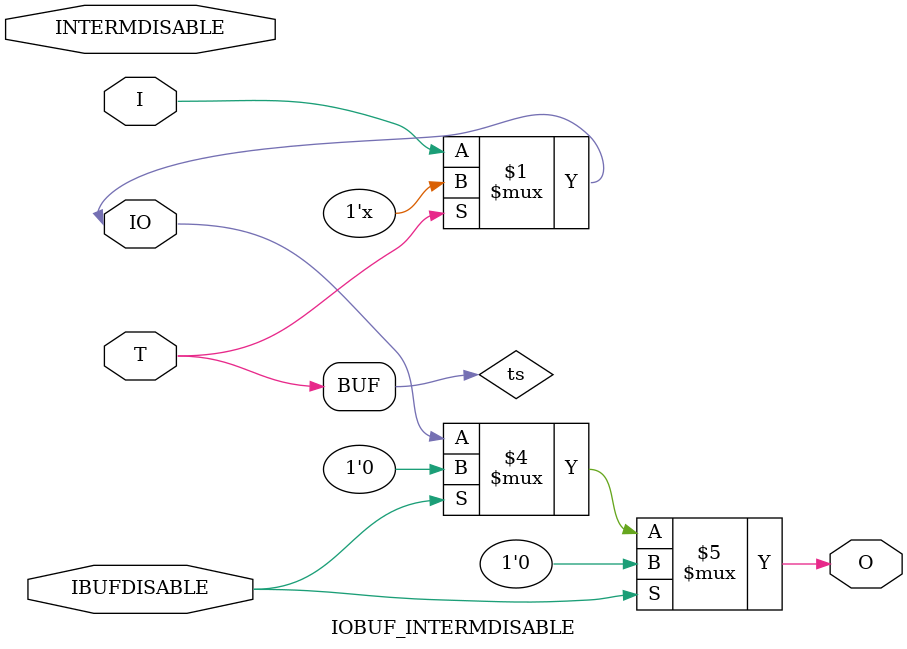
<source format=v>

`timescale  1 ps / 1 ps


module IOBUF_INTERMDISABLE (O, IO, I, IBUFDISABLE, INTERMDISABLE, T);

    parameter CAPACITANCE = "DONT_CARE";
    parameter integer DRIVE = 12;
    parameter IBUF_DELAY_VALUE = "0";
    parameter IBUF_LOW_PWR = "TRUE";
    parameter IFD_DELAY_VALUE = "AUTO";
    parameter IOSTANDARD = "DEFAULT";
    parameter SLEW = "SLOW";

    output O;
    inout  IO;
    input  I;
    input  IBUFDISABLE;
    input  INTERMDISABLE;
    input  T;

    wire ts;


    or O1 (ts, T);
    bufif0 T1 (IO, I, ts);

    assign O = (IBUFDISABLE == 1'b1) ? 1'b0 : (IBUFDISABLE == 1'b0) ? IO : 1'b0;

endmodule

</source>
